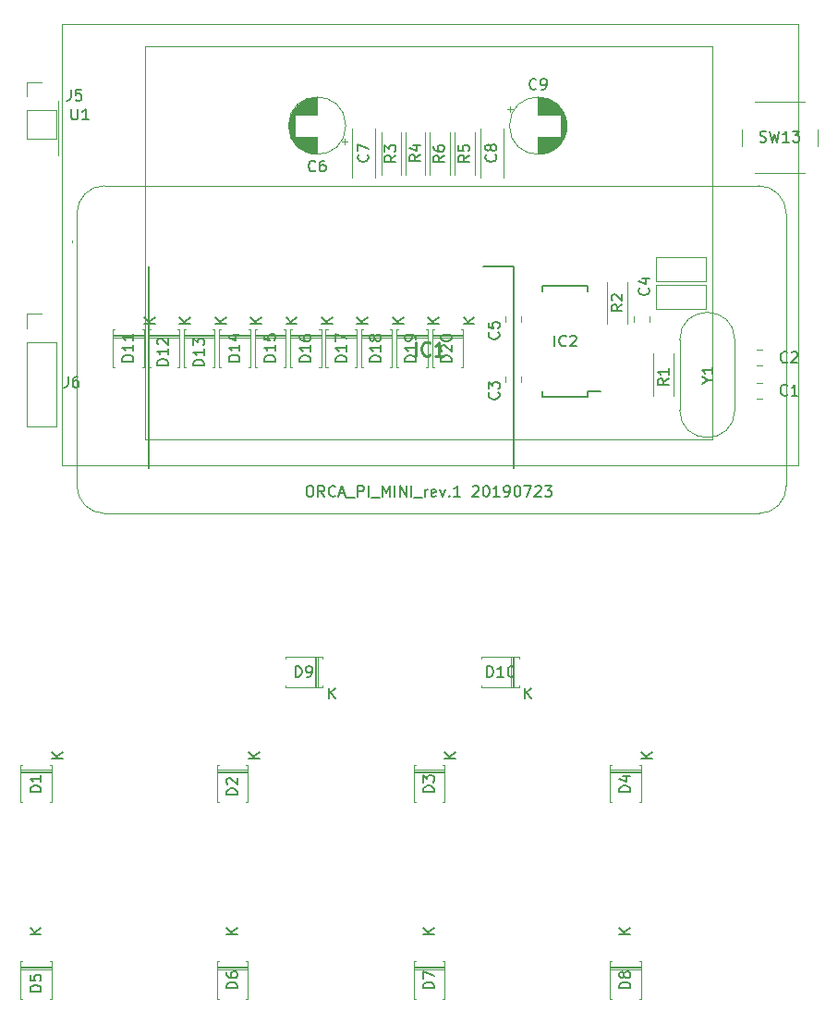
<source format=gto>
G04 #@! TF.GenerationSoftware,KiCad,Pcbnew,(5.1.2)-1*
G04 #@! TF.CreationDate,2019-07-23T06:59:24+09:00*
G04 #@! TF.ProjectId,ORCA_MINI,4f524341-5f4d-4494-9e49-2e6b69636164,rev?*
G04 #@! TF.SameCoordinates,Original*
G04 #@! TF.FileFunction,Legend,Top*
G04 #@! TF.FilePolarity,Positive*
%FSLAX46Y46*%
G04 Gerber Fmt 4.6, Leading zero omitted, Abs format (unit mm)*
G04 Created by KiCad (PCBNEW (5.1.2)-1) date 2019-07-23 06:59:24*
%MOMM*%
%LPD*%
G04 APERTURE LIST*
%ADD10C,0.150000*%
%ADD11C,0.120000*%
%ADD12C,0.100000*%
%ADD13C,0.200000*%
%ADD14C,0.254000*%
G04 APERTURE END LIST*
D10*
X111500000Y-95202380D02*
X111690476Y-95202380D01*
X111785714Y-95250000D01*
X111880952Y-95345238D01*
X111928571Y-95535714D01*
X111928571Y-95869047D01*
X111880952Y-96059523D01*
X111785714Y-96154761D01*
X111690476Y-96202380D01*
X111500000Y-96202380D01*
X111404761Y-96154761D01*
X111309523Y-96059523D01*
X111261904Y-95869047D01*
X111261904Y-95535714D01*
X111309523Y-95345238D01*
X111404761Y-95250000D01*
X111500000Y-95202380D01*
X112928571Y-96202380D02*
X112595238Y-95726190D01*
X112357142Y-96202380D02*
X112357142Y-95202380D01*
X112738095Y-95202380D01*
X112833333Y-95250000D01*
X112880952Y-95297619D01*
X112928571Y-95392857D01*
X112928571Y-95535714D01*
X112880952Y-95630952D01*
X112833333Y-95678571D01*
X112738095Y-95726190D01*
X112357142Y-95726190D01*
X113928571Y-96107142D02*
X113880952Y-96154761D01*
X113738095Y-96202380D01*
X113642857Y-96202380D01*
X113500000Y-96154761D01*
X113404761Y-96059523D01*
X113357142Y-95964285D01*
X113309523Y-95773809D01*
X113309523Y-95630952D01*
X113357142Y-95440476D01*
X113404761Y-95345238D01*
X113500000Y-95250000D01*
X113642857Y-95202380D01*
X113738095Y-95202380D01*
X113880952Y-95250000D01*
X113928571Y-95297619D01*
X114309523Y-95916666D02*
X114785714Y-95916666D01*
X114214285Y-96202380D02*
X114547619Y-95202380D01*
X114880952Y-96202380D01*
X114976190Y-96297619D02*
X115738095Y-96297619D01*
X115976190Y-96202380D02*
X115976190Y-95202380D01*
X116357142Y-95202380D01*
X116452380Y-95250000D01*
X116500000Y-95297619D01*
X116547619Y-95392857D01*
X116547619Y-95535714D01*
X116500000Y-95630952D01*
X116452380Y-95678571D01*
X116357142Y-95726190D01*
X115976190Y-95726190D01*
X116976190Y-96202380D02*
X116976190Y-95202380D01*
X117214285Y-96297619D02*
X117976190Y-96297619D01*
X118214285Y-96202380D02*
X118214285Y-95202380D01*
X118547619Y-95916666D01*
X118880952Y-95202380D01*
X118880952Y-96202380D01*
X119357142Y-96202380D02*
X119357142Y-95202380D01*
X119833333Y-96202380D02*
X119833333Y-95202380D01*
X120404761Y-96202380D01*
X120404761Y-95202380D01*
X120880952Y-96202380D02*
X120880952Y-95202380D01*
X121119047Y-96297619D02*
X121880952Y-96297619D01*
X122119047Y-96202380D02*
X122119047Y-95535714D01*
X122119047Y-95726190D02*
X122166666Y-95630952D01*
X122214285Y-95583333D01*
X122309523Y-95535714D01*
X122404761Y-95535714D01*
X123119047Y-96154761D02*
X123023809Y-96202380D01*
X122833333Y-96202380D01*
X122738095Y-96154761D01*
X122690476Y-96059523D01*
X122690476Y-95678571D01*
X122738095Y-95583333D01*
X122833333Y-95535714D01*
X123023809Y-95535714D01*
X123119047Y-95583333D01*
X123166666Y-95678571D01*
X123166666Y-95773809D01*
X122690476Y-95869047D01*
X123500000Y-95535714D02*
X123738095Y-96202380D01*
X123976190Y-95535714D01*
X124357142Y-96107142D02*
X124404761Y-96154761D01*
X124357142Y-96202380D01*
X124309523Y-96154761D01*
X124357142Y-96107142D01*
X124357142Y-96202380D01*
X125357142Y-96202380D02*
X124785714Y-96202380D01*
X125071428Y-96202380D02*
X125071428Y-95202380D01*
X124976190Y-95345238D01*
X124880952Y-95440476D01*
X124785714Y-95488095D01*
X126499999Y-95297619D02*
X126547619Y-95250000D01*
X126642857Y-95202380D01*
X126880952Y-95202380D01*
X126976190Y-95250000D01*
X127023809Y-95297619D01*
X127071428Y-95392857D01*
X127071428Y-95488095D01*
X127023809Y-95630952D01*
X126452380Y-96202380D01*
X127071428Y-96202380D01*
X127690476Y-95202380D02*
X127785714Y-95202380D01*
X127880952Y-95250000D01*
X127928571Y-95297619D01*
X127976190Y-95392857D01*
X128023809Y-95583333D01*
X128023809Y-95821428D01*
X127976190Y-96011904D01*
X127928571Y-96107142D01*
X127880952Y-96154761D01*
X127785714Y-96202380D01*
X127690476Y-96202380D01*
X127595238Y-96154761D01*
X127547619Y-96107142D01*
X127499999Y-96011904D01*
X127452380Y-95821428D01*
X127452380Y-95583333D01*
X127499999Y-95392857D01*
X127547619Y-95297619D01*
X127595238Y-95250000D01*
X127690476Y-95202380D01*
X128976190Y-96202380D02*
X128404761Y-96202380D01*
X128690476Y-96202380D02*
X128690476Y-95202380D01*
X128595238Y-95345238D01*
X128500000Y-95440476D01*
X128404761Y-95488095D01*
X129452380Y-96202380D02*
X129642857Y-96202380D01*
X129738095Y-96154761D01*
X129785714Y-96107142D01*
X129880952Y-95964285D01*
X129928571Y-95773809D01*
X129928571Y-95392857D01*
X129880952Y-95297619D01*
X129833333Y-95250000D01*
X129738095Y-95202380D01*
X129547619Y-95202380D01*
X129452380Y-95250000D01*
X129404761Y-95297619D01*
X129357142Y-95392857D01*
X129357142Y-95630952D01*
X129404761Y-95726190D01*
X129452380Y-95773809D01*
X129547619Y-95821428D01*
X129738095Y-95821428D01*
X129833333Y-95773809D01*
X129880952Y-95726190D01*
X129928571Y-95630952D01*
X130547619Y-95202380D02*
X130642857Y-95202380D01*
X130738095Y-95250000D01*
X130785714Y-95297619D01*
X130833333Y-95392857D01*
X130880952Y-95583333D01*
X130880952Y-95821428D01*
X130833333Y-96011904D01*
X130785714Y-96107142D01*
X130738095Y-96154761D01*
X130642857Y-96202380D01*
X130547619Y-96202380D01*
X130452380Y-96154761D01*
X130404761Y-96107142D01*
X130357142Y-96011904D01*
X130309523Y-95821428D01*
X130309523Y-95583333D01*
X130357142Y-95392857D01*
X130404761Y-95297619D01*
X130452380Y-95250000D01*
X130547619Y-95202380D01*
X131214285Y-95202380D02*
X131880952Y-95202380D01*
X131452380Y-96202380D01*
X132214285Y-95297619D02*
X132261904Y-95250000D01*
X132357142Y-95202380D01*
X132595238Y-95202380D01*
X132690476Y-95250000D01*
X132738095Y-95297619D01*
X132785714Y-95392857D01*
X132785714Y-95488095D01*
X132738095Y-95630952D01*
X132166666Y-96202380D01*
X132785714Y-96202380D01*
X133119047Y-95202380D02*
X133738095Y-95202380D01*
X133404761Y-95583333D01*
X133547619Y-95583333D01*
X133642857Y-95630952D01*
X133690476Y-95678571D01*
X133738095Y-95773809D01*
X133738095Y-96011904D01*
X133690476Y-96107142D01*
X133642857Y-96154761D01*
X133547619Y-96202380D01*
X133261904Y-96202380D01*
X133166666Y-96154761D01*
X133119047Y-96107142D01*
D11*
X88880000Y-93330000D02*
X88880000Y-52990000D01*
X156320000Y-93330000D02*
X88880000Y-93330000D01*
X156320000Y-52990000D02*
X156320000Y-93330000D01*
X88880000Y-52990000D02*
X156320000Y-52990000D01*
X88500000Y-60000000D02*
X88500000Y-65000000D01*
X96500000Y-91000000D02*
X96500000Y-55000000D01*
X148500000Y-91000000D02*
X96500000Y-91000000D01*
X148500000Y-55000000D02*
X148500000Y-91000000D01*
X96500000Y-55000000D02*
X148500000Y-55000000D01*
D12*
X90244940Y-70286045D02*
G75*
G02X92745000Y-67750000I2500470J35325D01*
G01*
X152749015Y-67750067D02*
G75*
G02X155245000Y-70290000I-44335J-2539933D01*
G01*
X155245060Y-95213955D02*
G75*
G02X152745000Y-97750000I-2500470J-35325D01*
G01*
X92740985Y-97749933D02*
G75*
G02X90245000Y-95210000I44335J2539933D01*
G01*
X89805000Y-72810000D02*
G75*
G03X89805000Y-72910000I0J-50000D01*
G01*
X89805000Y-72910000D02*
G75*
G03X89805000Y-72810000I0J50000D01*
G01*
X152745000Y-67750000D02*
X92745000Y-67750000D01*
X155245000Y-95210000D02*
X155245000Y-70290000D01*
X92745000Y-97750000D02*
X152745000Y-97750000D01*
X90245000Y-70290000D02*
X90245000Y-95210000D01*
X89805000Y-72910000D02*
X89805000Y-72910000D01*
X89805000Y-72810000D02*
X89805000Y-72810000D01*
X143305000Y-79010000D02*
X143305000Y-76810000D01*
X147905000Y-79010000D02*
X143305000Y-79010000D01*
X147905000Y-76810000D02*
X147905000Y-79010000D01*
X143305000Y-76810000D02*
X147905000Y-76810000D01*
X143305000Y-76470000D02*
X143305000Y-74270000D01*
X147905000Y-76470000D02*
X143305000Y-76470000D01*
X147905000Y-74270000D02*
X147905000Y-76470000D01*
X143305000Y-74270000D02*
X147905000Y-74270000D01*
D11*
X152513748Y-85790000D02*
X153036252Y-85790000D01*
X152513748Y-87210000D02*
X153036252Y-87210000D01*
X152513748Y-84210000D02*
X153036252Y-84210000D01*
X152513748Y-82790000D02*
X153036252Y-82790000D01*
X130960000Y-85736252D02*
X130960000Y-85213748D01*
X129540000Y-85736252D02*
X129540000Y-85213748D01*
X142710000Y-79713748D02*
X142710000Y-80236252D01*
X141290000Y-79713748D02*
X141290000Y-80236252D01*
X129540000Y-80236252D02*
X129540000Y-79713748D01*
X130960000Y-80236252D02*
X130960000Y-79713748D01*
X114804775Y-63975000D02*
X114804775Y-63475000D01*
X115054775Y-63725000D02*
X114554775Y-63725000D01*
X109649000Y-62534000D02*
X109649000Y-61966000D01*
X109689000Y-62768000D02*
X109689000Y-61732000D01*
X109729000Y-62927000D02*
X109729000Y-61573000D01*
X109769000Y-63055000D02*
X109769000Y-61445000D01*
X109809000Y-63165000D02*
X109809000Y-61335000D01*
X109849000Y-63261000D02*
X109849000Y-61239000D01*
X109889000Y-63348000D02*
X109889000Y-61152000D01*
X109929000Y-63428000D02*
X109929000Y-61072000D01*
X109969000Y-63501000D02*
X109969000Y-60999000D01*
X110009000Y-63569000D02*
X110009000Y-60931000D01*
X110049000Y-63633000D02*
X110049000Y-60867000D01*
X110089000Y-63693000D02*
X110089000Y-60807000D01*
X110129000Y-63750000D02*
X110129000Y-60750000D01*
X110169000Y-63804000D02*
X110169000Y-60696000D01*
X110209000Y-63855000D02*
X110209000Y-60645000D01*
X110249000Y-61210000D02*
X110249000Y-60597000D01*
X110249000Y-63903000D02*
X110249000Y-63290000D01*
X110289000Y-61210000D02*
X110289000Y-60551000D01*
X110289000Y-63949000D02*
X110289000Y-63290000D01*
X110329000Y-61210000D02*
X110329000Y-60507000D01*
X110329000Y-63993000D02*
X110329000Y-63290000D01*
X110369000Y-61210000D02*
X110369000Y-60465000D01*
X110369000Y-64035000D02*
X110369000Y-63290000D01*
X110409000Y-61210000D02*
X110409000Y-60424000D01*
X110409000Y-64076000D02*
X110409000Y-63290000D01*
X110449000Y-61210000D02*
X110449000Y-60386000D01*
X110449000Y-64114000D02*
X110449000Y-63290000D01*
X110489000Y-61210000D02*
X110489000Y-60349000D01*
X110489000Y-64151000D02*
X110489000Y-63290000D01*
X110529000Y-61210000D02*
X110529000Y-60313000D01*
X110529000Y-64187000D02*
X110529000Y-63290000D01*
X110569000Y-61210000D02*
X110569000Y-60279000D01*
X110569000Y-64221000D02*
X110569000Y-63290000D01*
X110609000Y-61210000D02*
X110609000Y-60246000D01*
X110609000Y-64254000D02*
X110609000Y-63290000D01*
X110649000Y-61210000D02*
X110649000Y-60215000D01*
X110649000Y-64285000D02*
X110649000Y-63290000D01*
X110689000Y-61210000D02*
X110689000Y-60185000D01*
X110689000Y-64315000D02*
X110689000Y-63290000D01*
X110729000Y-61210000D02*
X110729000Y-60155000D01*
X110729000Y-64345000D02*
X110729000Y-63290000D01*
X110769000Y-61210000D02*
X110769000Y-60128000D01*
X110769000Y-64372000D02*
X110769000Y-63290000D01*
X110809000Y-61210000D02*
X110809000Y-60101000D01*
X110809000Y-64399000D02*
X110809000Y-63290000D01*
X110849000Y-61210000D02*
X110849000Y-60075000D01*
X110849000Y-64425000D02*
X110849000Y-63290000D01*
X110889000Y-61210000D02*
X110889000Y-60050000D01*
X110889000Y-64450000D02*
X110889000Y-63290000D01*
X110929000Y-61210000D02*
X110929000Y-60026000D01*
X110929000Y-64474000D02*
X110929000Y-63290000D01*
X110969000Y-61210000D02*
X110969000Y-60003000D01*
X110969000Y-64497000D02*
X110969000Y-63290000D01*
X111009000Y-61210000D02*
X111009000Y-59982000D01*
X111009000Y-64518000D02*
X111009000Y-63290000D01*
X111049000Y-61210000D02*
X111049000Y-59960000D01*
X111049000Y-64540000D02*
X111049000Y-63290000D01*
X111089000Y-61210000D02*
X111089000Y-59940000D01*
X111089000Y-64560000D02*
X111089000Y-63290000D01*
X111129000Y-61210000D02*
X111129000Y-59921000D01*
X111129000Y-64579000D02*
X111129000Y-63290000D01*
X111169000Y-61210000D02*
X111169000Y-59902000D01*
X111169000Y-64598000D02*
X111169000Y-63290000D01*
X111209000Y-61210000D02*
X111209000Y-59885000D01*
X111209000Y-64615000D02*
X111209000Y-63290000D01*
X111249000Y-61210000D02*
X111249000Y-59868000D01*
X111249000Y-64632000D02*
X111249000Y-63290000D01*
X111289000Y-61210000D02*
X111289000Y-59852000D01*
X111289000Y-64648000D02*
X111289000Y-63290000D01*
X111329000Y-61210000D02*
X111329000Y-59836000D01*
X111329000Y-64664000D02*
X111329000Y-63290000D01*
X111369000Y-61210000D02*
X111369000Y-59822000D01*
X111369000Y-64678000D02*
X111369000Y-63290000D01*
X111409000Y-61210000D02*
X111409000Y-59808000D01*
X111409000Y-64692000D02*
X111409000Y-63290000D01*
X111449000Y-61210000D02*
X111449000Y-59795000D01*
X111449000Y-64705000D02*
X111449000Y-63290000D01*
X111489000Y-61210000D02*
X111489000Y-59782000D01*
X111489000Y-64718000D02*
X111489000Y-63290000D01*
X111529000Y-61210000D02*
X111529000Y-59770000D01*
X111529000Y-64730000D02*
X111529000Y-63290000D01*
X111570000Y-61210000D02*
X111570000Y-59759000D01*
X111570000Y-64741000D02*
X111570000Y-63290000D01*
X111610000Y-61210000D02*
X111610000Y-59749000D01*
X111610000Y-64751000D02*
X111610000Y-63290000D01*
X111650000Y-61210000D02*
X111650000Y-59739000D01*
X111650000Y-64761000D02*
X111650000Y-63290000D01*
X111690000Y-61210000D02*
X111690000Y-59730000D01*
X111690000Y-64770000D02*
X111690000Y-63290000D01*
X111730000Y-61210000D02*
X111730000Y-59722000D01*
X111730000Y-64778000D02*
X111730000Y-63290000D01*
X111770000Y-61210000D02*
X111770000Y-59714000D01*
X111770000Y-64786000D02*
X111770000Y-63290000D01*
X111810000Y-61210000D02*
X111810000Y-59707000D01*
X111810000Y-64793000D02*
X111810000Y-63290000D01*
X111850000Y-61210000D02*
X111850000Y-59700000D01*
X111850000Y-64800000D02*
X111850000Y-63290000D01*
X111890000Y-61210000D02*
X111890000Y-59694000D01*
X111890000Y-64806000D02*
X111890000Y-63290000D01*
X111930000Y-61210000D02*
X111930000Y-59689000D01*
X111930000Y-64811000D02*
X111930000Y-63290000D01*
X111970000Y-61210000D02*
X111970000Y-59685000D01*
X111970000Y-64815000D02*
X111970000Y-63290000D01*
X112010000Y-61210000D02*
X112010000Y-59681000D01*
X112010000Y-64819000D02*
X112010000Y-63290000D01*
X112050000Y-61210000D02*
X112050000Y-59677000D01*
X112050000Y-64823000D02*
X112050000Y-63290000D01*
X112090000Y-61210000D02*
X112090000Y-59674000D01*
X112090000Y-64826000D02*
X112090000Y-63290000D01*
X112130000Y-61210000D02*
X112130000Y-59672000D01*
X112130000Y-64828000D02*
X112130000Y-63290000D01*
X112170000Y-61210000D02*
X112170000Y-59671000D01*
X112170000Y-64829000D02*
X112170000Y-63290000D01*
X112210000Y-64830000D02*
X112210000Y-63290000D01*
X112210000Y-61210000D02*
X112210000Y-59670000D01*
X112250000Y-64830000D02*
X112250000Y-63290000D01*
X112250000Y-61210000D02*
X112250000Y-59670000D01*
X114870000Y-62250000D02*
G75*
G03X114870000Y-62250000I-2620000J0D01*
G01*
X117570000Y-62480000D02*
X117570000Y-67020000D01*
X115430000Y-62480000D02*
X115430000Y-67020000D01*
X117570000Y-62480000D02*
X117555000Y-62480000D01*
X115445000Y-62480000D02*
X115430000Y-62480000D01*
X117570000Y-67020000D02*
X117555000Y-67020000D01*
X115445000Y-67020000D02*
X115430000Y-67020000D01*
X127195000Y-67020000D02*
X127180000Y-67020000D01*
X129320000Y-67020000D02*
X129305000Y-67020000D01*
X127195000Y-62480000D02*
X127180000Y-62480000D01*
X129320000Y-62480000D02*
X129305000Y-62480000D01*
X127180000Y-62480000D02*
X127180000Y-67020000D01*
X129320000Y-62480000D02*
X129320000Y-67020000D01*
X135120000Y-62250000D02*
G75*
G03X135120000Y-62250000I-2620000J0D01*
G01*
X132500000Y-63290000D02*
X132500000Y-64830000D01*
X132500000Y-59670000D02*
X132500000Y-61210000D01*
X132540000Y-63290000D02*
X132540000Y-64830000D01*
X132540000Y-59670000D02*
X132540000Y-61210000D01*
X132580000Y-59671000D02*
X132580000Y-61210000D01*
X132580000Y-63290000D02*
X132580000Y-64829000D01*
X132620000Y-59672000D02*
X132620000Y-61210000D01*
X132620000Y-63290000D02*
X132620000Y-64828000D01*
X132660000Y-59674000D02*
X132660000Y-61210000D01*
X132660000Y-63290000D02*
X132660000Y-64826000D01*
X132700000Y-59677000D02*
X132700000Y-61210000D01*
X132700000Y-63290000D02*
X132700000Y-64823000D01*
X132740000Y-59681000D02*
X132740000Y-61210000D01*
X132740000Y-63290000D02*
X132740000Y-64819000D01*
X132780000Y-59685000D02*
X132780000Y-61210000D01*
X132780000Y-63290000D02*
X132780000Y-64815000D01*
X132820000Y-59689000D02*
X132820000Y-61210000D01*
X132820000Y-63290000D02*
X132820000Y-64811000D01*
X132860000Y-59694000D02*
X132860000Y-61210000D01*
X132860000Y-63290000D02*
X132860000Y-64806000D01*
X132900000Y-59700000D02*
X132900000Y-61210000D01*
X132900000Y-63290000D02*
X132900000Y-64800000D01*
X132940000Y-59707000D02*
X132940000Y-61210000D01*
X132940000Y-63290000D02*
X132940000Y-64793000D01*
X132980000Y-59714000D02*
X132980000Y-61210000D01*
X132980000Y-63290000D02*
X132980000Y-64786000D01*
X133020000Y-59722000D02*
X133020000Y-61210000D01*
X133020000Y-63290000D02*
X133020000Y-64778000D01*
X133060000Y-59730000D02*
X133060000Y-61210000D01*
X133060000Y-63290000D02*
X133060000Y-64770000D01*
X133100000Y-59739000D02*
X133100000Y-61210000D01*
X133100000Y-63290000D02*
X133100000Y-64761000D01*
X133140000Y-59749000D02*
X133140000Y-61210000D01*
X133140000Y-63290000D02*
X133140000Y-64751000D01*
X133180000Y-59759000D02*
X133180000Y-61210000D01*
X133180000Y-63290000D02*
X133180000Y-64741000D01*
X133221000Y-59770000D02*
X133221000Y-61210000D01*
X133221000Y-63290000D02*
X133221000Y-64730000D01*
X133261000Y-59782000D02*
X133261000Y-61210000D01*
X133261000Y-63290000D02*
X133261000Y-64718000D01*
X133301000Y-59795000D02*
X133301000Y-61210000D01*
X133301000Y-63290000D02*
X133301000Y-64705000D01*
X133341000Y-59808000D02*
X133341000Y-61210000D01*
X133341000Y-63290000D02*
X133341000Y-64692000D01*
X133381000Y-59822000D02*
X133381000Y-61210000D01*
X133381000Y-63290000D02*
X133381000Y-64678000D01*
X133421000Y-59836000D02*
X133421000Y-61210000D01*
X133421000Y-63290000D02*
X133421000Y-64664000D01*
X133461000Y-59852000D02*
X133461000Y-61210000D01*
X133461000Y-63290000D02*
X133461000Y-64648000D01*
X133501000Y-59868000D02*
X133501000Y-61210000D01*
X133501000Y-63290000D02*
X133501000Y-64632000D01*
X133541000Y-59885000D02*
X133541000Y-61210000D01*
X133541000Y-63290000D02*
X133541000Y-64615000D01*
X133581000Y-59902000D02*
X133581000Y-61210000D01*
X133581000Y-63290000D02*
X133581000Y-64598000D01*
X133621000Y-59921000D02*
X133621000Y-61210000D01*
X133621000Y-63290000D02*
X133621000Y-64579000D01*
X133661000Y-59940000D02*
X133661000Y-61210000D01*
X133661000Y-63290000D02*
X133661000Y-64560000D01*
X133701000Y-59960000D02*
X133701000Y-61210000D01*
X133701000Y-63290000D02*
X133701000Y-64540000D01*
X133741000Y-59982000D02*
X133741000Y-61210000D01*
X133741000Y-63290000D02*
X133741000Y-64518000D01*
X133781000Y-60003000D02*
X133781000Y-61210000D01*
X133781000Y-63290000D02*
X133781000Y-64497000D01*
X133821000Y-60026000D02*
X133821000Y-61210000D01*
X133821000Y-63290000D02*
X133821000Y-64474000D01*
X133861000Y-60050000D02*
X133861000Y-61210000D01*
X133861000Y-63290000D02*
X133861000Y-64450000D01*
X133901000Y-60075000D02*
X133901000Y-61210000D01*
X133901000Y-63290000D02*
X133901000Y-64425000D01*
X133941000Y-60101000D02*
X133941000Y-61210000D01*
X133941000Y-63290000D02*
X133941000Y-64399000D01*
X133981000Y-60128000D02*
X133981000Y-61210000D01*
X133981000Y-63290000D02*
X133981000Y-64372000D01*
X134021000Y-60155000D02*
X134021000Y-61210000D01*
X134021000Y-63290000D02*
X134021000Y-64345000D01*
X134061000Y-60185000D02*
X134061000Y-61210000D01*
X134061000Y-63290000D02*
X134061000Y-64315000D01*
X134101000Y-60215000D02*
X134101000Y-61210000D01*
X134101000Y-63290000D02*
X134101000Y-64285000D01*
X134141000Y-60246000D02*
X134141000Y-61210000D01*
X134141000Y-63290000D02*
X134141000Y-64254000D01*
X134181000Y-60279000D02*
X134181000Y-61210000D01*
X134181000Y-63290000D02*
X134181000Y-64221000D01*
X134221000Y-60313000D02*
X134221000Y-61210000D01*
X134221000Y-63290000D02*
X134221000Y-64187000D01*
X134261000Y-60349000D02*
X134261000Y-61210000D01*
X134261000Y-63290000D02*
X134261000Y-64151000D01*
X134301000Y-60386000D02*
X134301000Y-61210000D01*
X134301000Y-63290000D02*
X134301000Y-64114000D01*
X134341000Y-60424000D02*
X134341000Y-61210000D01*
X134341000Y-63290000D02*
X134341000Y-64076000D01*
X134381000Y-60465000D02*
X134381000Y-61210000D01*
X134381000Y-63290000D02*
X134381000Y-64035000D01*
X134421000Y-60507000D02*
X134421000Y-61210000D01*
X134421000Y-63290000D02*
X134421000Y-63993000D01*
X134461000Y-60551000D02*
X134461000Y-61210000D01*
X134461000Y-63290000D02*
X134461000Y-63949000D01*
X134501000Y-60597000D02*
X134501000Y-61210000D01*
X134501000Y-63290000D02*
X134501000Y-63903000D01*
X134541000Y-60645000D02*
X134541000Y-63855000D01*
X134581000Y-60696000D02*
X134581000Y-63804000D01*
X134621000Y-60750000D02*
X134621000Y-63750000D01*
X134661000Y-60807000D02*
X134661000Y-63693000D01*
X134701000Y-60867000D02*
X134701000Y-63633000D01*
X134741000Y-60931000D02*
X134741000Y-63569000D01*
X134781000Y-60999000D02*
X134781000Y-63501000D01*
X134821000Y-61072000D02*
X134821000Y-63428000D01*
X134861000Y-61152000D02*
X134861000Y-63348000D01*
X134901000Y-61239000D02*
X134901000Y-63261000D01*
X134941000Y-61335000D02*
X134941000Y-63165000D01*
X134981000Y-61445000D02*
X134981000Y-63055000D01*
X135021000Y-61573000D02*
X135021000Y-62927000D01*
X135061000Y-61732000D02*
X135061000Y-62768000D01*
X135101000Y-61966000D02*
X135101000Y-62534000D01*
X129695225Y-60775000D02*
X130195225Y-60775000D01*
X129945225Y-60525000D02*
X129945225Y-61025000D01*
X87920000Y-121220000D02*
X85080000Y-121220000D01*
X87920000Y-121460000D02*
X85080000Y-121460000D01*
X87920000Y-121340000D02*
X85080000Y-121340000D01*
X85080000Y-124180000D02*
X85260000Y-124180000D01*
X85080000Y-120740000D02*
X85080000Y-124180000D01*
X85260000Y-120740000D02*
X85080000Y-120740000D01*
X87920000Y-124180000D02*
X87740000Y-124180000D01*
X87920000Y-120740000D02*
X87920000Y-124180000D01*
X87740000Y-120740000D02*
X87920000Y-120740000D01*
X105740000Y-120740000D02*
X105920000Y-120740000D01*
X105920000Y-120740000D02*
X105920000Y-124180000D01*
X105920000Y-124180000D02*
X105740000Y-124180000D01*
X103260000Y-120740000D02*
X103080000Y-120740000D01*
X103080000Y-120740000D02*
X103080000Y-124180000D01*
X103080000Y-124180000D02*
X103260000Y-124180000D01*
X105920000Y-121340000D02*
X103080000Y-121340000D01*
X105920000Y-121460000D02*
X103080000Y-121460000D01*
X105920000Y-121220000D02*
X103080000Y-121220000D01*
X123740000Y-120740000D02*
X123920000Y-120740000D01*
X123920000Y-120740000D02*
X123920000Y-124180000D01*
X123920000Y-124180000D02*
X123740000Y-124180000D01*
X121260000Y-120740000D02*
X121080000Y-120740000D01*
X121080000Y-120740000D02*
X121080000Y-124180000D01*
X121080000Y-124180000D02*
X121260000Y-124180000D01*
X123920000Y-121340000D02*
X121080000Y-121340000D01*
X123920000Y-121460000D02*
X121080000Y-121460000D01*
X123920000Y-121220000D02*
X121080000Y-121220000D01*
X141740000Y-120740000D02*
X141920000Y-120740000D01*
X141920000Y-120740000D02*
X141920000Y-124180000D01*
X141920000Y-124180000D02*
X141740000Y-124180000D01*
X139260000Y-120740000D02*
X139080000Y-120740000D01*
X139080000Y-120740000D02*
X139080000Y-124180000D01*
X139080000Y-124180000D02*
X139260000Y-124180000D01*
X141920000Y-121340000D02*
X139080000Y-121340000D01*
X141920000Y-121460000D02*
X139080000Y-121460000D01*
X141920000Y-121220000D02*
X139080000Y-121220000D01*
X87920000Y-139220000D02*
X85080000Y-139220000D01*
X87920000Y-139460000D02*
X85080000Y-139460000D01*
X87920000Y-139340000D02*
X85080000Y-139340000D01*
X85080000Y-142180000D02*
X85260000Y-142180000D01*
X85080000Y-138740000D02*
X85080000Y-142180000D01*
X85260000Y-138740000D02*
X85080000Y-138740000D01*
X87920000Y-142180000D02*
X87740000Y-142180000D01*
X87920000Y-138740000D02*
X87920000Y-142180000D01*
X87740000Y-138740000D02*
X87920000Y-138740000D01*
X105920000Y-139220000D02*
X103080000Y-139220000D01*
X105920000Y-139460000D02*
X103080000Y-139460000D01*
X105920000Y-139340000D02*
X103080000Y-139340000D01*
X103080000Y-142180000D02*
X103260000Y-142180000D01*
X103080000Y-138740000D02*
X103080000Y-142180000D01*
X103260000Y-138740000D02*
X103080000Y-138740000D01*
X105920000Y-142180000D02*
X105740000Y-142180000D01*
X105920000Y-138740000D02*
X105920000Y-142180000D01*
X105740000Y-138740000D02*
X105920000Y-138740000D01*
X123740000Y-138740000D02*
X123920000Y-138740000D01*
X123920000Y-138740000D02*
X123920000Y-142180000D01*
X123920000Y-142180000D02*
X123740000Y-142180000D01*
X121260000Y-138740000D02*
X121080000Y-138740000D01*
X121080000Y-138740000D02*
X121080000Y-142180000D01*
X121080000Y-142180000D02*
X121260000Y-142180000D01*
X123920000Y-139340000D02*
X121080000Y-139340000D01*
X123920000Y-139460000D02*
X121080000Y-139460000D01*
X123920000Y-139220000D02*
X121080000Y-139220000D01*
X141740000Y-138740000D02*
X141920000Y-138740000D01*
X141920000Y-138740000D02*
X141920000Y-142180000D01*
X141920000Y-142180000D02*
X141740000Y-142180000D01*
X139260000Y-138740000D02*
X139080000Y-138740000D01*
X139080000Y-138740000D02*
X139080000Y-142180000D01*
X139080000Y-142180000D02*
X139260000Y-142180000D01*
X141920000Y-139340000D02*
X139080000Y-139340000D01*
X141920000Y-139460000D02*
X139080000Y-139460000D01*
X141920000Y-139220000D02*
X139080000Y-139220000D01*
X112760000Y-113490000D02*
X112760000Y-113670000D01*
X112760000Y-113670000D02*
X109320000Y-113670000D01*
X109320000Y-113670000D02*
X109320000Y-113490000D01*
X112760000Y-111010000D02*
X112760000Y-110830000D01*
X112760000Y-110830000D02*
X109320000Y-110830000D01*
X109320000Y-110830000D02*
X109320000Y-111010000D01*
X112160000Y-113670000D02*
X112160000Y-110830000D01*
X112040000Y-113670000D02*
X112040000Y-110830000D01*
X112280000Y-113670000D02*
X112280000Y-110830000D01*
X130280000Y-113670000D02*
X130280000Y-110830000D01*
X130040000Y-113670000D02*
X130040000Y-110830000D01*
X130160000Y-113670000D02*
X130160000Y-110830000D01*
X127320000Y-110830000D02*
X127320000Y-111010000D01*
X130760000Y-110830000D02*
X127320000Y-110830000D01*
X130760000Y-111010000D02*
X130760000Y-110830000D01*
X127320000Y-113670000D02*
X127320000Y-113490000D01*
X130760000Y-113670000D02*
X127320000Y-113670000D01*
X130760000Y-113490000D02*
X130760000Y-113670000D01*
X96370000Y-81400000D02*
X93530000Y-81400000D01*
X96370000Y-81640000D02*
X93530000Y-81640000D01*
X96370000Y-81520000D02*
X93530000Y-81520000D01*
X93530000Y-84360000D02*
X93710000Y-84360000D01*
X93530000Y-80920000D02*
X93530000Y-84360000D01*
X93710000Y-80920000D02*
X93530000Y-80920000D01*
X96370000Y-84360000D02*
X96190000Y-84360000D01*
X96370000Y-80920000D02*
X96370000Y-84360000D01*
X96190000Y-80920000D02*
X96370000Y-80920000D01*
X99620000Y-81400000D02*
X96780000Y-81400000D01*
X99620000Y-81640000D02*
X96780000Y-81640000D01*
X99620000Y-81520000D02*
X96780000Y-81520000D01*
X96780000Y-84360000D02*
X96960000Y-84360000D01*
X96780000Y-80920000D02*
X96780000Y-84360000D01*
X96960000Y-80920000D02*
X96780000Y-80920000D01*
X99620000Y-84360000D02*
X99440000Y-84360000D01*
X99620000Y-80920000D02*
X99620000Y-84360000D01*
X99440000Y-80920000D02*
X99620000Y-80920000D01*
X102690000Y-80920000D02*
X102870000Y-80920000D01*
X102870000Y-80920000D02*
X102870000Y-84360000D01*
X102870000Y-84360000D02*
X102690000Y-84360000D01*
X100210000Y-80920000D02*
X100030000Y-80920000D01*
X100030000Y-80920000D02*
X100030000Y-84360000D01*
X100030000Y-84360000D02*
X100210000Y-84360000D01*
X102870000Y-81520000D02*
X100030000Y-81520000D01*
X102870000Y-81640000D02*
X100030000Y-81640000D01*
X102870000Y-81400000D02*
X100030000Y-81400000D01*
X106120000Y-81400000D02*
X103280000Y-81400000D01*
X106120000Y-81640000D02*
X103280000Y-81640000D01*
X106120000Y-81520000D02*
X103280000Y-81520000D01*
X103280000Y-84360000D02*
X103460000Y-84360000D01*
X103280000Y-80920000D02*
X103280000Y-84360000D01*
X103460000Y-80920000D02*
X103280000Y-80920000D01*
X106120000Y-84360000D02*
X105940000Y-84360000D01*
X106120000Y-80920000D02*
X106120000Y-84360000D01*
X105940000Y-80920000D02*
X106120000Y-80920000D01*
X109190000Y-80920000D02*
X109370000Y-80920000D01*
X109370000Y-80920000D02*
X109370000Y-84360000D01*
X109370000Y-84360000D02*
X109190000Y-84360000D01*
X106710000Y-80920000D02*
X106530000Y-80920000D01*
X106530000Y-80920000D02*
X106530000Y-84360000D01*
X106530000Y-84360000D02*
X106710000Y-84360000D01*
X109370000Y-81520000D02*
X106530000Y-81520000D01*
X109370000Y-81640000D02*
X106530000Y-81640000D01*
X109370000Y-81400000D02*
X106530000Y-81400000D01*
X112440000Y-80920000D02*
X112620000Y-80920000D01*
X112620000Y-80920000D02*
X112620000Y-84360000D01*
X112620000Y-84360000D02*
X112440000Y-84360000D01*
X109960000Y-80920000D02*
X109780000Y-80920000D01*
X109780000Y-80920000D02*
X109780000Y-84360000D01*
X109780000Y-84360000D02*
X109960000Y-84360000D01*
X112620000Y-81520000D02*
X109780000Y-81520000D01*
X112620000Y-81640000D02*
X109780000Y-81640000D01*
X112620000Y-81400000D02*
X109780000Y-81400000D01*
X115870000Y-81400000D02*
X113030000Y-81400000D01*
X115870000Y-81640000D02*
X113030000Y-81640000D01*
X115870000Y-81520000D02*
X113030000Y-81520000D01*
X113030000Y-84360000D02*
X113210000Y-84360000D01*
X113030000Y-80920000D02*
X113030000Y-84360000D01*
X113210000Y-80920000D02*
X113030000Y-80920000D01*
X115870000Y-84360000D02*
X115690000Y-84360000D01*
X115870000Y-80920000D02*
X115870000Y-84360000D01*
X115690000Y-80920000D02*
X115870000Y-80920000D01*
X119120000Y-81400000D02*
X116280000Y-81400000D01*
X119120000Y-81640000D02*
X116280000Y-81640000D01*
X119120000Y-81520000D02*
X116280000Y-81520000D01*
X116280000Y-84360000D02*
X116460000Y-84360000D01*
X116280000Y-80920000D02*
X116280000Y-84360000D01*
X116460000Y-80920000D02*
X116280000Y-80920000D01*
X119120000Y-84360000D02*
X118940000Y-84360000D01*
X119120000Y-80920000D02*
X119120000Y-84360000D01*
X118940000Y-80920000D02*
X119120000Y-80920000D01*
X122370000Y-81400000D02*
X119530000Y-81400000D01*
X122370000Y-81640000D02*
X119530000Y-81640000D01*
X122370000Y-81520000D02*
X119530000Y-81520000D01*
X119530000Y-84360000D02*
X119710000Y-84360000D01*
X119530000Y-80920000D02*
X119530000Y-84360000D01*
X119710000Y-80920000D02*
X119530000Y-80920000D01*
X122370000Y-84360000D02*
X122190000Y-84360000D01*
X122370000Y-80920000D02*
X122370000Y-84360000D01*
X122190000Y-80920000D02*
X122370000Y-80920000D01*
X125440000Y-80920000D02*
X125620000Y-80920000D01*
X125620000Y-80920000D02*
X125620000Y-84360000D01*
X125620000Y-84360000D02*
X125440000Y-84360000D01*
X122960000Y-80920000D02*
X122780000Y-80920000D01*
X122780000Y-80920000D02*
X122780000Y-84360000D01*
X122780000Y-84360000D02*
X122960000Y-84360000D01*
X125620000Y-81520000D02*
X122780000Y-81520000D01*
X125620000Y-81640000D02*
X122780000Y-81640000D01*
X125620000Y-81400000D02*
X122780000Y-81400000D01*
D13*
X96780000Y-75125000D02*
X96780000Y-93625000D01*
X130280000Y-93625000D02*
X130280000Y-75125000D01*
X130280000Y-75125000D02*
X127500000Y-75125000D01*
D11*
X85670000Y-63445000D02*
X88330000Y-63445000D01*
X85670000Y-60845000D02*
X85670000Y-63445000D01*
X88330000Y-60845000D02*
X88330000Y-63445000D01*
X85670000Y-60845000D02*
X88330000Y-60845000D01*
X85670000Y-59575000D02*
X85670000Y-58245000D01*
X85670000Y-58245000D02*
X87000000Y-58245000D01*
X85670000Y-89750000D02*
X88330000Y-89750000D01*
X85670000Y-82070000D02*
X85670000Y-89750000D01*
X88330000Y-82070000D02*
X88330000Y-89750000D01*
X85670000Y-82070000D02*
X88330000Y-82070000D01*
X85670000Y-80800000D02*
X85670000Y-79470000D01*
X85670000Y-79470000D02*
X87000000Y-79470000D01*
X143080000Y-83120000D02*
X143080000Y-86960000D01*
X144920000Y-83120000D02*
X144920000Y-86960000D01*
X140670000Y-76540000D02*
X140670000Y-80380000D01*
X138830000Y-76540000D02*
X138830000Y-80380000D01*
X119955000Y-62870000D02*
X119955000Y-66710000D01*
X118115000Y-62870000D02*
X118115000Y-66710000D01*
X120330000Y-62870000D02*
X120330000Y-66710000D01*
X122170000Y-62870000D02*
X122170000Y-66710000D01*
X124830000Y-62870000D02*
X124830000Y-66710000D01*
X126670000Y-62870000D02*
X126670000Y-66710000D01*
X124420000Y-62870000D02*
X124420000Y-66710000D01*
X122580000Y-62870000D02*
X122580000Y-66710000D01*
X151150000Y-62600000D02*
X151150000Y-64100000D01*
X152400000Y-66600000D02*
X156900000Y-66600000D01*
X158150000Y-64100000D02*
X158150000Y-62600000D01*
X156900000Y-60100000D02*
X152400000Y-60100000D01*
X145475000Y-88260000D02*
X145475000Y-81860000D01*
X150525000Y-88260000D02*
X150525000Y-81860000D01*
X150525000Y-88260000D02*
G75*
G02X145475000Y-88260000I-2525000J0D01*
G01*
X150525000Y-81860000D02*
G75*
G03X145475000Y-81860000I-2525000J0D01*
G01*
D10*
X137075000Y-87080000D02*
X137075000Y-86600000D01*
X132925000Y-87080000D02*
X132925000Y-86600000D01*
X132925000Y-76920000D02*
X132925000Y-77400000D01*
X137075000Y-76920000D02*
X137075000Y-77400000D01*
X137075000Y-87080000D02*
X132925000Y-87080000D01*
X137075000Y-76920000D02*
X132925000Y-76920000D01*
X137075000Y-86600000D02*
X138200000Y-86600000D01*
X89738095Y-60702380D02*
X89738095Y-61511904D01*
X89785714Y-61607142D01*
X89833333Y-61654761D01*
X89928571Y-61702380D01*
X90119047Y-61702380D01*
X90214285Y-61654761D01*
X90261904Y-61607142D01*
X90309523Y-61511904D01*
X90309523Y-60702380D01*
X91309523Y-61702380D02*
X90738095Y-61702380D01*
X91023809Y-61702380D02*
X91023809Y-60702380D01*
X90928571Y-60845238D01*
X90833333Y-60940476D01*
X90738095Y-60988095D01*
D14*
X121260238Y-83324523D02*
X121260238Y-82054523D01*
X122590714Y-83203571D02*
X122530238Y-83264047D01*
X122348809Y-83324523D01*
X122227857Y-83324523D01*
X122046428Y-83264047D01*
X121925476Y-83143095D01*
X121865000Y-83022142D01*
X121804523Y-82780238D01*
X121804523Y-82598809D01*
X121865000Y-82356904D01*
X121925476Y-82235952D01*
X122046428Y-82115000D01*
X122227857Y-82054523D01*
X122348809Y-82054523D01*
X122530238Y-82115000D01*
X122590714Y-82175476D01*
X123800238Y-83324523D02*
X123074523Y-83324523D01*
X123437380Y-83324523D02*
X123437380Y-82054523D01*
X123316428Y-82235952D01*
X123195476Y-82356904D01*
X123074523Y-82417380D01*
D10*
X155333333Y-86857142D02*
X155285714Y-86904761D01*
X155142857Y-86952380D01*
X155047619Y-86952380D01*
X154904761Y-86904761D01*
X154809523Y-86809523D01*
X154761904Y-86714285D01*
X154714285Y-86523809D01*
X154714285Y-86380952D01*
X154761904Y-86190476D01*
X154809523Y-86095238D01*
X154904761Y-86000000D01*
X155047619Y-85952380D01*
X155142857Y-85952380D01*
X155285714Y-86000000D01*
X155333333Y-86047619D01*
X156285714Y-86952380D02*
X155714285Y-86952380D01*
X156000000Y-86952380D02*
X156000000Y-85952380D01*
X155904761Y-86095238D01*
X155809523Y-86190476D01*
X155714285Y-86238095D01*
X155333333Y-83857142D02*
X155285714Y-83904761D01*
X155142857Y-83952380D01*
X155047619Y-83952380D01*
X154904761Y-83904761D01*
X154809523Y-83809523D01*
X154761904Y-83714285D01*
X154714285Y-83523809D01*
X154714285Y-83380952D01*
X154761904Y-83190476D01*
X154809523Y-83095238D01*
X154904761Y-83000000D01*
X155047619Y-82952380D01*
X155142857Y-82952380D01*
X155285714Y-83000000D01*
X155333333Y-83047619D01*
X155714285Y-83047619D02*
X155761904Y-83000000D01*
X155857142Y-82952380D01*
X156095238Y-82952380D01*
X156190476Y-83000000D01*
X156238095Y-83047619D01*
X156285714Y-83142857D01*
X156285714Y-83238095D01*
X156238095Y-83380952D01*
X155666666Y-83952380D01*
X156285714Y-83952380D01*
X128857142Y-86666666D02*
X128904761Y-86714285D01*
X128952380Y-86857142D01*
X128952380Y-86952380D01*
X128904761Y-87095238D01*
X128809523Y-87190476D01*
X128714285Y-87238095D01*
X128523809Y-87285714D01*
X128380952Y-87285714D01*
X128190476Y-87238095D01*
X128095238Y-87190476D01*
X128000000Y-87095238D01*
X127952380Y-86952380D01*
X127952380Y-86857142D01*
X128000000Y-86714285D01*
X128047619Y-86666666D01*
X127952380Y-86333333D02*
X127952380Y-85714285D01*
X128333333Y-86047619D01*
X128333333Y-85904761D01*
X128380952Y-85809523D01*
X128428571Y-85761904D01*
X128523809Y-85714285D01*
X128761904Y-85714285D01*
X128857142Y-85761904D01*
X128904761Y-85809523D01*
X128952380Y-85904761D01*
X128952380Y-86190476D01*
X128904761Y-86285714D01*
X128857142Y-86333333D01*
X142607142Y-77116666D02*
X142654761Y-77164285D01*
X142702380Y-77307142D01*
X142702380Y-77402380D01*
X142654761Y-77545238D01*
X142559523Y-77640476D01*
X142464285Y-77688095D01*
X142273809Y-77735714D01*
X142130952Y-77735714D01*
X141940476Y-77688095D01*
X141845238Y-77640476D01*
X141750000Y-77545238D01*
X141702380Y-77402380D01*
X141702380Y-77307142D01*
X141750000Y-77164285D01*
X141797619Y-77116666D01*
X142035714Y-76259523D02*
X142702380Y-76259523D01*
X141654761Y-76497619D02*
X142369047Y-76735714D01*
X142369047Y-76116666D01*
X128857142Y-81166666D02*
X128904761Y-81214285D01*
X128952380Y-81357142D01*
X128952380Y-81452380D01*
X128904761Y-81595238D01*
X128809523Y-81690476D01*
X128714285Y-81738095D01*
X128523809Y-81785714D01*
X128380952Y-81785714D01*
X128190476Y-81738095D01*
X128095238Y-81690476D01*
X128000000Y-81595238D01*
X127952380Y-81452380D01*
X127952380Y-81357142D01*
X128000000Y-81214285D01*
X128047619Y-81166666D01*
X127952380Y-80261904D02*
X127952380Y-80738095D01*
X128428571Y-80785714D01*
X128380952Y-80738095D01*
X128333333Y-80642857D01*
X128333333Y-80404761D01*
X128380952Y-80309523D01*
X128428571Y-80261904D01*
X128523809Y-80214285D01*
X128761904Y-80214285D01*
X128857142Y-80261904D01*
X128904761Y-80309523D01*
X128952380Y-80404761D01*
X128952380Y-80642857D01*
X128904761Y-80738095D01*
X128857142Y-80785714D01*
X112083333Y-66357142D02*
X112035714Y-66404761D01*
X111892857Y-66452380D01*
X111797619Y-66452380D01*
X111654761Y-66404761D01*
X111559523Y-66309523D01*
X111511904Y-66214285D01*
X111464285Y-66023809D01*
X111464285Y-65880952D01*
X111511904Y-65690476D01*
X111559523Y-65595238D01*
X111654761Y-65500000D01*
X111797619Y-65452380D01*
X111892857Y-65452380D01*
X112035714Y-65500000D01*
X112083333Y-65547619D01*
X112940476Y-65452380D02*
X112750000Y-65452380D01*
X112654761Y-65500000D01*
X112607142Y-65547619D01*
X112511904Y-65690476D01*
X112464285Y-65880952D01*
X112464285Y-66261904D01*
X112511904Y-66357142D01*
X112559523Y-66404761D01*
X112654761Y-66452380D01*
X112845238Y-66452380D01*
X112940476Y-66404761D01*
X112988095Y-66357142D01*
X113035714Y-66261904D01*
X113035714Y-66023809D01*
X112988095Y-65928571D01*
X112940476Y-65880952D01*
X112845238Y-65833333D01*
X112654761Y-65833333D01*
X112559523Y-65880952D01*
X112511904Y-65928571D01*
X112464285Y-66023809D01*
X116857142Y-64916666D02*
X116904761Y-64964285D01*
X116952380Y-65107142D01*
X116952380Y-65202380D01*
X116904761Y-65345238D01*
X116809523Y-65440476D01*
X116714285Y-65488095D01*
X116523809Y-65535714D01*
X116380952Y-65535714D01*
X116190476Y-65488095D01*
X116095238Y-65440476D01*
X116000000Y-65345238D01*
X115952380Y-65202380D01*
X115952380Y-65107142D01*
X116000000Y-64964285D01*
X116047619Y-64916666D01*
X115952380Y-64583333D02*
X115952380Y-63916666D01*
X116952380Y-64345238D01*
X128582143Y-64916666D02*
X128629762Y-64964285D01*
X128677381Y-65107142D01*
X128677381Y-65202380D01*
X128629762Y-65345238D01*
X128534524Y-65440476D01*
X128439286Y-65488095D01*
X128248810Y-65535714D01*
X128105953Y-65535714D01*
X127915477Y-65488095D01*
X127820239Y-65440476D01*
X127725001Y-65345238D01*
X127677381Y-65202380D01*
X127677381Y-65107142D01*
X127725001Y-64964285D01*
X127772620Y-64916666D01*
X128105953Y-64345238D02*
X128058334Y-64440476D01*
X128010715Y-64488095D01*
X127915477Y-64535714D01*
X127867858Y-64535714D01*
X127772620Y-64488095D01*
X127725001Y-64440476D01*
X127677381Y-64345238D01*
X127677381Y-64154761D01*
X127725001Y-64059523D01*
X127772620Y-64011904D01*
X127867858Y-63964285D01*
X127915477Y-63964285D01*
X128010715Y-64011904D01*
X128058334Y-64059523D01*
X128105953Y-64154761D01*
X128105953Y-64345238D01*
X128153572Y-64440476D01*
X128201191Y-64488095D01*
X128296429Y-64535714D01*
X128486905Y-64535714D01*
X128582143Y-64488095D01*
X128629762Y-64440476D01*
X128677381Y-64345238D01*
X128677381Y-64154761D01*
X128629762Y-64059523D01*
X128582143Y-64011904D01*
X128486905Y-63964285D01*
X128296429Y-63964285D01*
X128201191Y-64011904D01*
X128153572Y-64059523D01*
X128105953Y-64154761D01*
X132333333Y-58857142D02*
X132285714Y-58904761D01*
X132142857Y-58952380D01*
X132047619Y-58952380D01*
X131904761Y-58904761D01*
X131809523Y-58809523D01*
X131761904Y-58714285D01*
X131714285Y-58523809D01*
X131714285Y-58380952D01*
X131761904Y-58190476D01*
X131809523Y-58095238D01*
X131904761Y-58000000D01*
X132047619Y-57952380D01*
X132142857Y-57952380D01*
X132285714Y-58000000D01*
X132333333Y-58047619D01*
X132809523Y-58952380D02*
X133000000Y-58952380D01*
X133095238Y-58904761D01*
X133142857Y-58857142D01*
X133238095Y-58714285D01*
X133285714Y-58523809D01*
X133285714Y-58142857D01*
X133238095Y-58047619D01*
X133190476Y-58000000D01*
X133095238Y-57952380D01*
X132904761Y-57952380D01*
X132809523Y-58000000D01*
X132761904Y-58047619D01*
X132714285Y-58142857D01*
X132714285Y-58380952D01*
X132761904Y-58476190D01*
X132809523Y-58523809D01*
X132904761Y-58571428D01*
X133095238Y-58571428D01*
X133190476Y-58523809D01*
X133238095Y-58476190D01*
X133285714Y-58380952D01*
X86952380Y-123238095D02*
X85952380Y-123238095D01*
X85952380Y-123000000D01*
X86000000Y-122857142D01*
X86095238Y-122761904D01*
X86190476Y-122714285D01*
X86380952Y-122666666D01*
X86523809Y-122666666D01*
X86714285Y-122714285D01*
X86809523Y-122761904D01*
X86904761Y-122857142D01*
X86952380Y-123000000D01*
X86952380Y-123238095D01*
X86952380Y-121714285D02*
X86952380Y-122285714D01*
X86952380Y-122000000D02*
X85952380Y-122000000D01*
X86095238Y-122095238D01*
X86190476Y-122190476D01*
X86238095Y-122285714D01*
X88952380Y-120181904D02*
X87952380Y-120181904D01*
X88952380Y-119610476D02*
X88380952Y-120039047D01*
X87952380Y-119610476D02*
X88523809Y-120181904D01*
X104952380Y-123488095D02*
X103952380Y-123488095D01*
X103952380Y-123250000D01*
X104000000Y-123107142D01*
X104095238Y-123011904D01*
X104190476Y-122964285D01*
X104380952Y-122916666D01*
X104523809Y-122916666D01*
X104714285Y-122964285D01*
X104809523Y-123011904D01*
X104904761Y-123107142D01*
X104952380Y-123250000D01*
X104952380Y-123488095D01*
X104047619Y-122535714D02*
X104000000Y-122488095D01*
X103952380Y-122392857D01*
X103952380Y-122154761D01*
X104000000Y-122059523D01*
X104047619Y-122011904D01*
X104142857Y-121964285D01*
X104238095Y-121964285D01*
X104380952Y-122011904D01*
X104952380Y-122583333D01*
X104952380Y-121964285D01*
X106952380Y-120181904D02*
X105952380Y-120181904D01*
X106952380Y-119610476D02*
X106380952Y-120039047D01*
X105952380Y-119610476D02*
X106523809Y-120181904D01*
X122952380Y-123238095D02*
X121952380Y-123238095D01*
X121952380Y-123000000D01*
X122000000Y-122857142D01*
X122095238Y-122761904D01*
X122190476Y-122714285D01*
X122380952Y-122666666D01*
X122523809Y-122666666D01*
X122714285Y-122714285D01*
X122809523Y-122761904D01*
X122904761Y-122857142D01*
X122952380Y-123000000D01*
X122952380Y-123238095D01*
X121952380Y-122333333D02*
X121952380Y-121714285D01*
X122333333Y-122047619D01*
X122333333Y-121904761D01*
X122380952Y-121809523D01*
X122428571Y-121761904D01*
X122523809Y-121714285D01*
X122761904Y-121714285D01*
X122857142Y-121761904D01*
X122904761Y-121809523D01*
X122952380Y-121904761D01*
X122952380Y-122190476D01*
X122904761Y-122285714D01*
X122857142Y-122333333D01*
X124952380Y-120181904D02*
X123952380Y-120181904D01*
X124952380Y-119610476D02*
X124380952Y-120039047D01*
X123952380Y-119610476D02*
X124523809Y-120181904D01*
X140952380Y-123238095D02*
X139952380Y-123238095D01*
X139952380Y-123000000D01*
X140000000Y-122857142D01*
X140095238Y-122761904D01*
X140190476Y-122714285D01*
X140380952Y-122666666D01*
X140523809Y-122666666D01*
X140714285Y-122714285D01*
X140809523Y-122761904D01*
X140904761Y-122857142D01*
X140952380Y-123000000D01*
X140952380Y-123238095D01*
X140285714Y-121809523D02*
X140952380Y-121809523D01*
X139904761Y-122047619D02*
X140619047Y-122285714D01*
X140619047Y-121666666D01*
X142952380Y-120181904D02*
X141952380Y-120181904D01*
X142952380Y-119610476D02*
X142380952Y-120039047D01*
X141952380Y-119610476D02*
X142523809Y-120181904D01*
X86952380Y-141488095D02*
X85952380Y-141488095D01*
X85952380Y-141250000D01*
X86000000Y-141107142D01*
X86095238Y-141011904D01*
X86190476Y-140964285D01*
X86380952Y-140916666D01*
X86523809Y-140916666D01*
X86714285Y-140964285D01*
X86809523Y-141011904D01*
X86904761Y-141107142D01*
X86952380Y-141250000D01*
X86952380Y-141488095D01*
X85952380Y-140011904D02*
X85952380Y-140488095D01*
X86428571Y-140535714D01*
X86380952Y-140488095D01*
X86333333Y-140392857D01*
X86333333Y-140154761D01*
X86380952Y-140059523D01*
X86428571Y-140011904D01*
X86523809Y-139964285D01*
X86761904Y-139964285D01*
X86857142Y-140011904D01*
X86904761Y-140059523D01*
X86952380Y-140154761D01*
X86952380Y-140392857D01*
X86904761Y-140488095D01*
X86857142Y-140535714D01*
X86952380Y-136261904D02*
X85952380Y-136261904D01*
X86952380Y-135690476D02*
X86380952Y-136119047D01*
X85952380Y-135690476D02*
X86523809Y-136261904D01*
X104952380Y-141198095D02*
X103952380Y-141198095D01*
X103952380Y-140960000D01*
X104000000Y-140817142D01*
X104095238Y-140721904D01*
X104190476Y-140674285D01*
X104380952Y-140626666D01*
X104523809Y-140626666D01*
X104714285Y-140674285D01*
X104809523Y-140721904D01*
X104904761Y-140817142D01*
X104952380Y-140960000D01*
X104952380Y-141198095D01*
X103952380Y-139769523D02*
X103952380Y-139960000D01*
X104000000Y-140055238D01*
X104047619Y-140102857D01*
X104190476Y-140198095D01*
X104380952Y-140245714D01*
X104761904Y-140245714D01*
X104857142Y-140198095D01*
X104904761Y-140150476D01*
X104952380Y-140055238D01*
X104952380Y-139864761D01*
X104904761Y-139769523D01*
X104857142Y-139721904D01*
X104761904Y-139674285D01*
X104523809Y-139674285D01*
X104428571Y-139721904D01*
X104380952Y-139769523D01*
X104333333Y-139864761D01*
X104333333Y-140055238D01*
X104380952Y-140150476D01*
X104428571Y-140198095D01*
X104523809Y-140245714D01*
X104952380Y-136261904D02*
X103952380Y-136261904D01*
X104952380Y-135690476D02*
X104380952Y-136119047D01*
X103952380Y-135690476D02*
X104523809Y-136261904D01*
X122952380Y-141198095D02*
X121952380Y-141198095D01*
X121952380Y-140960000D01*
X122000000Y-140817142D01*
X122095238Y-140721904D01*
X122190476Y-140674285D01*
X122380952Y-140626666D01*
X122523809Y-140626666D01*
X122714285Y-140674285D01*
X122809523Y-140721904D01*
X122904761Y-140817142D01*
X122952380Y-140960000D01*
X122952380Y-141198095D01*
X121952380Y-140293333D02*
X121952380Y-139626666D01*
X122952380Y-140055238D01*
X122952380Y-136261904D02*
X121952380Y-136261904D01*
X122952380Y-135690476D02*
X122380952Y-136119047D01*
X121952380Y-135690476D02*
X122523809Y-136261904D01*
X140952380Y-141198095D02*
X139952380Y-141198095D01*
X139952380Y-140960000D01*
X140000000Y-140817142D01*
X140095238Y-140721904D01*
X140190476Y-140674285D01*
X140380952Y-140626666D01*
X140523809Y-140626666D01*
X140714285Y-140674285D01*
X140809523Y-140721904D01*
X140904761Y-140817142D01*
X140952380Y-140960000D01*
X140952380Y-141198095D01*
X140380952Y-140055238D02*
X140333333Y-140150476D01*
X140285714Y-140198095D01*
X140190476Y-140245714D01*
X140142857Y-140245714D01*
X140047619Y-140198095D01*
X140000000Y-140150476D01*
X139952380Y-140055238D01*
X139952380Y-139864761D01*
X140000000Y-139769523D01*
X140047619Y-139721904D01*
X140142857Y-139674285D01*
X140190476Y-139674285D01*
X140285714Y-139721904D01*
X140333333Y-139769523D01*
X140380952Y-139864761D01*
X140380952Y-140055238D01*
X140428571Y-140150476D01*
X140476190Y-140198095D01*
X140571428Y-140245714D01*
X140761904Y-140245714D01*
X140857142Y-140198095D01*
X140904761Y-140150476D01*
X140952380Y-140055238D01*
X140952380Y-139864761D01*
X140904761Y-139769523D01*
X140857142Y-139721904D01*
X140761904Y-139674285D01*
X140571428Y-139674285D01*
X140476190Y-139721904D01*
X140428571Y-139769523D01*
X140380952Y-139864761D01*
X140952380Y-136261904D02*
X139952380Y-136261904D01*
X140952380Y-135690476D02*
X140380952Y-136119047D01*
X139952380Y-135690476D02*
X140523809Y-136261904D01*
X110261904Y-112702380D02*
X110261904Y-111702380D01*
X110500000Y-111702380D01*
X110642857Y-111750000D01*
X110738095Y-111845238D01*
X110785714Y-111940476D01*
X110833333Y-112130952D01*
X110833333Y-112273809D01*
X110785714Y-112464285D01*
X110738095Y-112559523D01*
X110642857Y-112654761D01*
X110500000Y-112702380D01*
X110261904Y-112702380D01*
X111309523Y-112702380D02*
X111500000Y-112702380D01*
X111595238Y-112654761D01*
X111642857Y-112607142D01*
X111738095Y-112464285D01*
X111785714Y-112273809D01*
X111785714Y-111892857D01*
X111738095Y-111797619D01*
X111690476Y-111750000D01*
X111595238Y-111702380D01*
X111404761Y-111702380D01*
X111309523Y-111750000D01*
X111261904Y-111797619D01*
X111214285Y-111892857D01*
X111214285Y-112130952D01*
X111261904Y-112226190D01*
X111309523Y-112273809D01*
X111404761Y-112321428D01*
X111595238Y-112321428D01*
X111690476Y-112273809D01*
X111738095Y-112226190D01*
X111785714Y-112130952D01*
X113318095Y-114702380D02*
X113318095Y-113702380D01*
X113889523Y-114702380D02*
X113460952Y-114130952D01*
X113889523Y-113702380D02*
X113318095Y-114273809D01*
X127825714Y-112702380D02*
X127825714Y-111702380D01*
X128063809Y-111702380D01*
X128206666Y-111750000D01*
X128301904Y-111845238D01*
X128349523Y-111940476D01*
X128397142Y-112130952D01*
X128397142Y-112273809D01*
X128349523Y-112464285D01*
X128301904Y-112559523D01*
X128206666Y-112654761D01*
X128063809Y-112702380D01*
X127825714Y-112702380D01*
X129349523Y-112702380D02*
X128778095Y-112702380D01*
X129063809Y-112702380D02*
X129063809Y-111702380D01*
X128968571Y-111845238D01*
X128873333Y-111940476D01*
X128778095Y-111988095D01*
X129968571Y-111702380D02*
X130063809Y-111702380D01*
X130159047Y-111750000D01*
X130206666Y-111797619D01*
X130254285Y-111892857D01*
X130301904Y-112083333D01*
X130301904Y-112321428D01*
X130254285Y-112511904D01*
X130206666Y-112607142D01*
X130159047Y-112654761D01*
X130063809Y-112702380D01*
X129968571Y-112702380D01*
X129873333Y-112654761D01*
X129825714Y-112607142D01*
X129778095Y-112511904D01*
X129730476Y-112321428D01*
X129730476Y-112083333D01*
X129778095Y-111892857D01*
X129825714Y-111797619D01*
X129873333Y-111750000D01*
X129968571Y-111702380D01*
X131318095Y-114702380D02*
X131318095Y-113702380D01*
X131889523Y-114702380D02*
X131460952Y-114130952D01*
X131889523Y-113702380D02*
X131318095Y-114273809D01*
X95402380Y-83814285D02*
X94402380Y-83814285D01*
X94402380Y-83576190D01*
X94450000Y-83433333D01*
X94545238Y-83338095D01*
X94640476Y-83290476D01*
X94830952Y-83242857D01*
X94973809Y-83242857D01*
X95164285Y-83290476D01*
X95259523Y-83338095D01*
X95354761Y-83433333D01*
X95402380Y-83576190D01*
X95402380Y-83814285D01*
X95402380Y-82290476D02*
X95402380Y-82861904D01*
X95402380Y-82576190D02*
X94402380Y-82576190D01*
X94545238Y-82671428D01*
X94640476Y-82766666D01*
X94688095Y-82861904D01*
X95402380Y-81338095D02*
X95402380Y-81909523D01*
X95402380Y-81623809D02*
X94402380Y-81623809D01*
X94545238Y-81719047D01*
X94640476Y-81814285D01*
X94688095Y-81909523D01*
X97402380Y-80361904D02*
X96402380Y-80361904D01*
X97402380Y-79790476D02*
X96830952Y-80219047D01*
X96402380Y-79790476D02*
X96973809Y-80361904D01*
X98587381Y-84169284D02*
X97587381Y-84169284D01*
X97587381Y-83931189D01*
X97635001Y-83788332D01*
X97730239Y-83693094D01*
X97825477Y-83645475D01*
X98015953Y-83597856D01*
X98158810Y-83597856D01*
X98349286Y-83645475D01*
X98444524Y-83693094D01*
X98539762Y-83788332D01*
X98587381Y-83931189D01*
X98587381Y-84169284D01*
X98587381Y-82645475D02*
X98587381Y-83216903D01*
X98587381Y-82931189D02*
X97587381Y-82931189D01*
X97730239Y-83026427D01*
X97825477Y-83121665D01*
X97873096Y-83216903D01*
X97682620Y-82264522D02*
X97635001Y-82216903D01*
X97587381Y-82121665D01*
X97587381Y-81883570D01*
X97635001Y-81788332D01*
X97682620Y-81740713D01*
X97777858Y-81693094D01*
X97873096Y-81693094D01*
X98015953Y-81740713D01*
X98587381Y-82312141D01*
X98587381Y-81693094D01*
X100652380Y-80361904D02*
X99652380Y-80361904D01*
X100652380Y-79790476D02*
X100080952Y-80219047D01*
X99652380Y-79790476D02*
X100223809Y-80361904D01*
X101897381Y-84219284D02*
X100897381Y-84219284D01*
X100897381Y-83981189D01*
X100945001Y-83838332D01*
X101040239Y-83743094D01*
X101135477Y-83695475D01*
X101325953Y-83647856D01*
X101468810Y-83647856D01*
X101659286Y-83695475D01*
X101754524Y-83743094D01*
X101849762Y-83838332D01*
X101897381Y-83981189D01*
X101897381Y-84219284D01*
X101897381Y-82695475D02*
X101897381Y-83266903D01*
X101897381Y-82981189D02*
X100897381Y-82981189D01*
X101040239Y-83076427D01*
X101135477Y-83171665D01*
X101183096Y-83266903D01*
X100897381Y-82362141D02*
X100897381Y-81743094D01*
X101278334Y-82076427D01*
X101278334Y-81933570D01*
X101325953Y-81838332D01*
X101373572Y-81790713D01*
X101468810Y-81743094D01*
X101706905Y-81743094D01*
X101802143Y-81790713D01*
X101849762Y-81838332D01*
X101897381Y-81933570D01*
X101897381Y-82219284D01*
X101849762Y-82314522D01*
X101802143Y-82362141D01*
X103902380Y-80361904D02*
X102902380Y-80361904D01*
X103902380Y-79790476D02*
X103330952Y-80219047D01*
X102902380Y-79790476D02*
X103473809Y-80361904D01*
X105152380Y-83814285D02*
X104152380Y-83814285D01*
X104152380Y-83576190D01*
X104200000Y-83433333D01*
X104295238Y-83338095D01*
X104390476Y-83290476D01*
X104580952Y-83242857D01*
X104723809Y-83242857D01*
X104914285Y-83290476D01*
X105009523Y-83338095D01*
X105104761Y-83433333D01*
X105152380Y-83576190D01*
X105152380Y-83814285D01*
X105152380Y-82290476D02*
X105152380Y-82861904D01*
X105152380Y-82576190D02*
X104152380Y-82576190D01*
X104295238Y-82671428D01*
X104390476Y-82766666D01*
X104438095Y-82861904D01*
X104485714Y-81433333D02*
X105152380Y-81433333D01*
X104104761Y-81671428D02*
X104819047Y-81909523D01*
X104819047Y-81290476D01*
X107152380Y-80361904D02*
X106152380Y-80361904D01*
X107152380Y-79790476D02*
X106580952Y-80219047D01*
X106152380Y-79790476D02*
X106723809Y-80361904D01*
X108402380Y-83814285D02*
X107402380Y-83814285D01*
X107402380Y-83576190D01*
X107450000Y-83433333D01*
X107545238Y-83338095D01*
X107640476Y-83290476D01*
X107830952Y-83242857D01*
X107973809Y-83242857D01*
X108164285Y-83290476D01*
X108259523Y-83338095D01*
X108354761Y-83433333D01*
X108402380Y-83576190D01*
X108402380Y-83814285D01*
X108402380Y-82290476D02*
X108402380Y-82861904D01*
X108402380Y-82576190D02*
X107402380Y-82576190D01*
X107545238Y-82671428D01*
X107640476Y-82766666D01*
X107688095Y-82861904D01*
X107402380Y-81385714D02*
X107402380Y-81861904D01*
X107878571Y-81909523D01*
X107830952Y-81861904D01*
X107783333Y-81766666D01*
X107783333Y-81528571D01*
X107830952Y-81433333D01*
X107878571Y-81385714D01*
X107973809Y-81338095D01*
X108211904Y-81338095D01*
X108307142Y-81385714D01*
X108354761Y-81433333D01*
X108402380Y-81528571D01*
X108402380Y-81766666D01*
X108354761Y-81861904D01*
X108307142Y-81909523D01*
X110402380Y-80361904D02*
X109402380Y-80361904D01*
X110402380Y-79790476D02*
X109830952Y-80219047D01*
X109402380Y-79790476D02*
X109973809Y-80361904D01*
X111652380Y-83854285D02*
X110652380Y-83854285D01*
X110652380Y-83616190D01*
X110700000Y-83473333D01*
X110795238Y-83378095D01*
X110890476Y-83330476D01*
X111080952Y-83282857D01*
X111223809Y-83282857D01*
X111414285Y-83330476D01*
X111509523Y-83378095D01*
X111604761Y-83473333D01*
X111652380Y-83616190D01*
X111652380Y-83854285D01*
X111652380Y-82330476D02*
X111652380Y-82901904D01*
X111652380Y-82616190D02*
X110652380Y-82616190D01*
X110795238Y-82711428D01*
X110890476Y-82806666D01*
X110938095Y-82901904D01*
X110652380Y-81473333D02*
X110652380Y-81663809D01*
X110700000Y-81759047D01*
X110747619Y-81806666D01*
X110890476Y-81901904D01*
X111080952Y-81949523D01*
X111461904Y-81949523D01*
X111557142Y-81901904D01*
X111604761Y-81854285D01*
X111652380Y-81759047D01*
X111652380Y-81568571D01*
X111604761Y-81473333D01*
X111557142Y-81425714D01*
X111461904Y-81378095D01*
X111223809Y-81378095D01*
X111128571Y-81425714D01*
X111080952Y-81473333D01*
X111033333Y-81568571D01*
X111033333Y-81759047D01*
X111080952Y-81854285D01*
X111128571Y-81901904D01*
X111223809Y-81949523D01*
X113652380Y-80361904D02*
X112652380Y-80361904D01*
X113652380Y-79790476D02*
X113080952Y-80219047D01*
X112652380Y-79790476D02*
X113223809Y-80361904D01*
X114947381Y-83854285D02*
X113947381Y-83854285D01*
X113947381Y-83616190D01*
X113995001Y-83473333D01*
X114090239Y-83378095D01*
X114185477Y-83330476D01*
X114375953Y-83282857D01*
X114518810Y-83282857D01*
X114709286Y-83330476D01*
X114804524Y-83378095D01*
X114899762Y-83473333D01*
X114947381Y-83616190D01*
X114947381Y-83854285D01*
X114947381Y-82330476D02*
X114947381Y-82901904D01*
X114947381Y-82616190D02*
X113947381Y-82616190D01*
X114090239Y-82711428D01*
X114185477Y-82806666D01*
X114233096Y-82901904D01*
X113947381Y-81997142D02*
X113947381Y-81330476D01*
X114947381Y-81759047D01*
X116902380Y-80361904D02*
X115902380Y-80361904D01*
X116902380Y-79790476D02*
X116330952Y-80219047D01*
X115902380Y-79790476D02*
X116473809Y-80361904D01*
X118087381Y-83854285D02*
X117087381Y-83854285D01*
X117087381Y-83616190D01*
X117135001Y-83473333D01*
X117230239Y-83378095D01*
X117325477Y-83330476D01*
X117515953Y-83282857D01*
X117658810Y-83282857D01*
X117849286Y-83330476D01*
X117944524Y-83378095D01*
X118039762Y-83473333D01*
X118087381Y-83616190D01*
X118087381Y-83854285D01*
X118087381Y-82330476D02*
X118087381Y-82901904D01*
X118087381Y-82616190D02*
X117087381Y-82616190D01*
X117230239Y-82711428D01*
X117325477Y-82806666D01*
X117373096Y-82901904D01*
X117515953Y-81759047D02*
X117468334Y-81854285D01*
X117420715Y-81901904D01*
X117325477Y-81949523D01*
X117277858Y-81949523D01*
X117182620Y-81901904D01*
X117135001Y-81854285D01*
X117087381Y-81759047D01*
X117087381Y-81568571D01*
X117135001Y-81473333D01*
X117182620Y-81425714D01*
X117277858Y-81378095D01*
X117325477Y-81378095D01*
X117420715Y-81425714D01*
X117468334Y-81473333D01*
X117515953Y-81568571D01*
X117515953Y-81759047D01*
X117563572Y-81854285D01*
X117611191Y-81901904D01*
X117706429Y-81949523D01*
X117896905Y-81949523D01*
X117992143Y-81901904D01*
X118039762Y-81854285D01*
X118087381Y-81759047D01*
X118087381Y-81568571D01*
X118039762Y-81473333D01*
X117992143Y-81425714D01*
X117896905Y-81378095D01*
X117706429Y-81378095D01*
X117611191Y-81425714D01*
X117563572Y-81473333D01*
X117515953Y-81568571D01*
X120152380Y-80361904D02*
X119152380Y-80361904D01*
X120152380Y-79790476D02*
X119580952Y-80219047D01*
X119152380Y-79790476D02*
X119723809Y-80361904D01*
X121297381Y-83859284D02*
X120297381Y-83859284D01*
X120297381Y-83621189D01*
X120345001Y-83478332D01*
X120440239Y-83383094D01*
X120535477Y-83335475D01*
X120725953Y-83287856D01*
X120868810Y-83287856D01*
X121059286Y-83335475D01*
X121154524Y-83383094D01*
X121249762Y-83478332D01*
X121297381Y-83621189D01*
X121297381Y-83859284D01*
X121297381Y-82335475D02*
X121297381Y-82906903D01*
X121297381Y-82621189D02*
X120297381Y-82621189D01*
X120440239Y-82716427D01*
X120535477Y-82811665D01*
X120583096Y-82906903D01*
X121297381Y-81859284D02*
X121297381Y-81668808D01*
X121249762Y-81573570D01*
X121202143Y-81525951D01*
X121059286Y-81430713D01*
X120868810Y-81383094D01*
X120487858Y-81383094D01*
X120392620Y-81430713D01*
X120345001Y-81478332D01*
X120297381Y-81573570D01*
X120297381Y-81764046D01*
X120345001Y-81859284D01*
X120392620Y-81906903D01*
X120487858Y-81954522D01*
X120725953Y-81954522D01*
X120821191Y-81906903D01*
X120868810Y-81859284D01*
X120916429Y-81764046D01*
X120916429Y-81573570D01*
X120868810Y-81478332D01*
X120821191Y-81430713D01*
X120725953Y-81383094D01*
X123402380Y-80361904D02*
X122402380Y-80361904D01*
X123402380Y-79790476D02*
X122830952Y-80219047D01*
X122402380Y-79790476D02*
X122973809Y-80361904D01*
X124587381Y-83854285D02*
X123587381Y-83854285D01*
X123587381Y-83616190D01*
X123635001Y-83473333D01*
X123730239Y-83378095D01*
X123825477Y-83330476D01*
X124015953Y-83282857D01*
X124158810Y-83282857D01*
X124349286Y-83330476D01*
X124444524Y-83378095D01*
X124539762Y-83473333D01*
X124587381Y-83616190D01*
X124587381Y-83854285D01*
X123682620Y-82901904D02*
X123635001Y-82854285D01*
X123587381Y-82759047D01*
X123587381Y-82520952D01*
X123635001Y-82425714D01*
X123682620Y-82378095D01*
X123777858Y-82330476D01*
X123873096Y-82330476D01*
X124015953Y-82378095D01*
X124587381Y-82949523D01*
X124587381Y-82330476D01*
X123587381Y-81711428D02*
X123587381Y-81616190D01*
X123635001Y-81520952D01*
X123682620Y-81473333D01*
X123777858Y-81425714D01*
X123968334Y-81378095D01*
X124206429Y-81378095D01*
X124396905Y-81425714D01*
X124492143Y-81473333D01*
X124539762Y-81520952D01*
X124587381Y-81616190D01*
X124587381Y-81711428D01*
X124539762Y-81806666D01*
X124492143Y-81854285D01*
X124396905Y-81901904D01*
X124206429Y-81949523D01*
X123968334Y-81949523D01*
X123777858Y-81901904D01*
X123682620Y-81854285D01*
X123635001Y-81806666D01*
X123587381Y-81711428D01*
X126652380Y-80361904D02*
X125652380Y-80361904D01*
X126652380Y-79790476D02*
X126080952Y-80219047D01*
X125652380Y-79790476D02*
X126223809Y-80361904D01*
X89666666Y-58952380D02*
X89666666Y-59666666D01*
X89619047Y-59809523D01*
X89523809Y-59904761D01*
X89380952Y-59952380D01*
X89285714Y-59952380D01*
X90619047Y-58952380D02*
X90142857Y-58952380D01*
X90095238Y-59428571D01*
X90142857Y-59380952D01*
X90238095Y-59333333D01*
X90476190Y-59333333D01*
X90571428Y-59380952D01*
X90619047Y-59428571D01*
X90666666Y-59523809D01*
X90666666Y-59761904D01*
X90619047Y-59857142D01*
X90571428Y-59904761D01*
X90476190Y-59952380D01*
X90238095Y-59952380D01*
X90142857Y-59904761D01*
X90095238Y-59857142D01*
X89416666Y-85202380D02*
X89416666Y-85916666D01*
X89369047Y-86059523D01*
X89273809Y-86154761D01*
X89130952Y-86202380D01*
X89035714Y-86202380D01*
X90321428Y-85202380D02*
X90130952Y-85202380D01*
X90035714Y-85250000D01*
X89988095Y-85297619D01*
X89892857Y-85440476D01*
X89845238Y-85630952D01*
X89845238Y-86011904D01*
X89892857Y-86107142D01*
X89940476Y-86154761D01*
X90035714Y-86202380D01*
X90226190Y-86202380D01*
X90321428Y-86154761D01*
X90369047Y-86107142D01*
X90416666Y-86011904D01*
X90416666Y-85773809D01*
X90369047Y-85678571D01*
X90321428Y-85630952D01*
X90226190Y-85583333D01*
X90035714Y-85583333D01*
X89940476Y-85630952D01*
X89892857Y-85678571D01*
X89845238Y-85773809D01*
X144452380Y-85416666D02*
X143976190Y-85750000D01*
X144452380Y-85988095D02*
X143452380Y-85988095D01*
X143452380Y-85607142D01*
X143500000Y-85511904D01*
X143547619Y-85464285D01*
X143642857Y-85416666D01*
X143785714Y-85416666D01*
X143880952Y-85464285D01*
X143928571Y-85511904D01*
X143976190Y-85607142D01*
X143976190Y-85988095D01*
X144452380Y-84464285D02*
X144452380Y-85035714D01*
X144452380Y-84750000D02*
X143452380Y-84750000D01*
X143595238Y-84845238D01*
X143690476Y-84940476D01*
X143738095Y-85035714D01*
X140202380Y-78626666D02*
X139726190Y-78960000D01*
X140202380Y-79198095D02*
X139202380Y-79198095D01*
X139202380Y-78817142D01*
X139250000Y-78721904D01*
X139297619Y-78674285D01*
X139392857Y-78626666D01*
X139535714Y-78626666D01*
X139630952Y-78674285D01*
X139678571Y-78721904D01*
X139726190Y-78817142D01*
X139726190Y-79198095D01*
X139297619Y-78245714D02*
X139250000Y-78198095D01*
X139202380Y-78102857D01*
X139202380Y-77864761D01*
X139250000Y-77769523D01*
X139297619Y-77721904D01*
X139392857Y-77674285D01*
X139488095Y-77674285D01*
X139630952Y-77721904D01*
X140202380Y-78293333D01*
X140202380Y-77674285D01*
X119452381Y-64956666D02*
X118976191Y-65290000D01*
X119452381Y-65528095D02*
X118452381Y-65528095D01*
X118452381Y-65147142D01*
X118500001Y-65051904D01*
X118547620Y-65004285D01*
X118642858Y-64956666D01*
X118785715Y-64956666D01*
X118880953Y-65004285D01*
X118928572Y-65051904D01*
X118976191Y-65147142D01*
X118976191Y-65528095D01*
X118452381Y-64623333D02*
X118452381Y-64004285D01*
X118833334Y-64337619D01*
X118833334Y-64194761D01*
X118880953Y-64099523D01*
X118928572Y-64051904D01*
X119023810Y-64004285D01*
X119261905Y-64004285D01*
X119357143Y-64051904D01*
X119404762Y-64099523D01*
X119452381Y-64194761D01*
X119452381Y-64480476D01*
X119404762Y-64575714D01*
X119357143Y-64623333D01*
X121702380Y-64916666D02*
X121226190Y-65250000D01*
X121702380Y-65488095D02*
X120702380Y-65488095D01*
X120702380Y-65107142D01*
X120750000Y-65011904D01*
X120797619Y-64964285D01*
X120892857Y-64916666D01*
X121035714Y-64916666D01*
X121130952Y-64964285D01*
X121178571Y-65011904D01*
X121226190Y-65107142D01*
X121226190Y-65488095D01*
X121035714Y-64059523D02*
X121702380Y-64059523D01*
X120654761Y-64297619D02*
X121369047Y-64535714D01*
X121369047Y-63916666D01*
X126202380Y-64956666D02*
X125726190Y-65290000D01*
X126202380Y-65528095D02*
X125202380Y-65528095D01*
X125202380Y-65147142D01*
X125250000Y-65051904D01*
X125297619Y-65004285D01*
X125392857Y-64956666D01*
X125535714Y-64956666D01*
X125630952Y-65004285D01*
X125678571Y-65051904D01*
X125726190Y-65147142D01*
X125726190Y-65528095D01*
X125202380Y-64051904D02*
X125202380Y-64528095D01*
X125678571Y-64575714D01*
X125630952Y-64528095D01*
X125583333Y-64432857D01*
X125583333Y-64194761D01*
X125630952Y-64099523D01*
X125678571Y-64051904D01*
X125773809Y-64004285D01*
X126011904Y-64004285D01*
X126107142Y-64051904D01*
X126154761Y-64099523D01*
X126202380Y-64194761D01*
X126202380Y-64432857D01*
X126154761Y-64528095D01*
X126107142Y-64575714D01*
X123917381Y-64971665D02*
X123441191Y-65304999D01*
X123917381Y-65543094D02*
X122917381Y-65543094D01*
X122917381Y-65162141D01*
X122965001Y-65066903D01*
X123012620Y-65019284D01*
X123107858Y-64971665D01*
X123250715Y-64971665D01*
X123345953Y-65019284D01*
X123393572Y-65066903D01*
X123441191Y-65162141D01*
X123441191Y-65543094D01*
X122917381Y-64114522D02*
X122917381Y-64304999D01*
X122965001Y-64400237D01*
X123012620Y-64447856D01*
X123155477Y-64543094D01*
X123345953Y-64590713D01*
X123726905Y-64590713D01*
X123822143Y-64543094D01*
X123869762Y-64495475D01*
X123917381Y-64400237D01*
X123917381Y-64209760D01*
X123869762Y-64114522D01*
X123822143Y-64066903D01*
X123726905Y-64019284D01*
X123488810Y-64019284D01*
X123393572Y-64066903D01*
X123345953Y-64114522D01*
X123298334Y-64209760D01*
X123298334Y-64400237D01*
X123345953Y-64495475D01*
X123393572Y-64543094D01*
X123488810Y-64590713D01*
X152840476Y-63704761D02*
X152983333Y-63752380D01*
X153221428Y-63752380D01*
X153316666Y-63704761D01*
X153364285Y-63657142D01*
X153411904Y-63561904D01*
X153411904Y-63466666D01*
X153364285Y-63371428D01*
X153316666Y-63323809D01*
X153221428Y-63276190D01*
X153030952Y-63228571D01*
X152935714Y-63180952D01*
X152888095Y-63133333D01*
X152840476Y-63038095D01*
X152840476Y-62942857D01*
X152888095Y-62847619D01*
X152935714Y-62800000D01*
X153030952Y-62752380D01*
X153269047Y-62752380D01*
X153411904Y-62800000D01*
X153745238Y-62752380D02*
X153983333Y-63752380D01*
X154173809Y-63038095D01*
X154364285Y-63752380D01*
X154602380Y-62752380D01*
X155507142Y-63752380D02*
X154935714Y-63752380D01*
X155221428Y-63752380D02*
X155221428Y-62752380D01*
X155126190Y-62895238D01*
X155030952Y-62990476D01*
X154935714Y-63038095D01*
X155840476Y-62752380D02*
X156459523Y-62752380D01*
X156126190Y-63133333D01*
X156269047Y-63133333D01*
X156364285Y-63180952D01*
X156411904Y-63228571D01*
X156459523Y-63323809D01*
X156459523Y-63561904D01*
X156411904Y-63657142D01*
X156364285Y-63704761D01*
X156269047Y-63752380D01*
X155983333Y-63752380D01*
X155888095Y-63704761D01*
X155840476Y-63657142D01*
X148031189Y-85536190D02*
X148507379Y-85536190D01*
X147507379Y-85869523D02*
X148031189Y-85536190D01*
X147507379Y-85202857D01*
X148507379Y-84345714D02*
X148507379Y-84917142D01*
X148507379Y-84631428D02*
X147507379Y-84631428D01*
X147650237Y-84726666D01*
X147745475Y-84821904D01*
X147793094Y-84917142D01*
X134023809Y-82452380D02*
X134023809Y-81452380D01*
X135071428Y-82357142D02*
X135023809Y-82404761D01*
X134880952Y-82452380D01*
X134785714Y-82452380D01*
X134642857Y-82404761D01*
X134547619Y-82309523D01*
X134500000Y-82214285D01*
X134452380Y-82023809D01*
X134452380Y-81880952D01*
X134500000Y-81690476D01*
X134547619Y-81595238D01*
X134642857Y-81500000D01*
X134785714Y-81452380D01*
X134880952Y-81452380D01*
X135023809Y-81500000D01*
X135071428Y-81547619D01*
X135452380Y-81547619D02*
X135500000Y-81500000D01*
X135595238Y-81452380D01*
X135833333Y-81452380D01*
X135928571Y-81500000D01*
X135976190Y-81547619D01*
X136023809Y-81642857D01*
X136023809Y-81738095D01*
X135976190Y-81880952D01*
X135404761Y-82452380D01*
X136023809Y-82452380D01*
M02*

</source>
